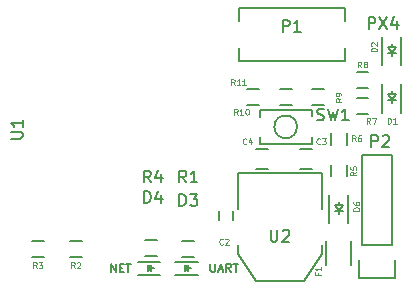
<source format=gto>
G04 #@! TF.FileFunction,Legend,Top*
%FSLAX46Y46*%
G04 Gerber Fmt 4.6, Leading zero omitted, Abs format (unit mm)*
G04 Created by KiCad (PCBNEW (2015-12-18 BZR 6383, Git 02d9bbb)-product) date Sun 17 Jan 2016 02:01:38 PM EET*
%MOMM*%
G01*
G04 APERTURE LIST*
%ADD10C,0.100000*%
%ADD11C,0.150000*%
%ADD12C,0.125000*%
%ADD13C,0.031750*%
G04 APERTURE END LIST*
D10*
D11*
X61249000Y-79534500D02*
X61249000Y-78834500D01*
X62449000Y-78834500D02*
X62449000Y-79534500D01*
X68180000Y-75269500D02*
X69180000Y-75269500D01*
X69180000Y-73569500D02*
X68180000Y-73569500D01*
X65397000Y-73569500D02*
X64397000Y-73569500D01*
X64397000Y-75269500D02*
X65397000Y-75269500D01*
X57574000Y-84179500D02*
X59474000Y-84179500D01*
X57574000Y-83079500D02*
X59474000Y-83079500D01*
X58474000Y-83629500D02*
X58924000Y-83629500D01*
X58424000Y-83379500D02*
X58424000Y-83879500D01*
X58424000Y-83629500D02*
X58674000Y-83379500D01*
X58674000Y-83379500D02*
X58674000Y-83879500D01*
X58674000Y-83879500D02*
X58424000Y-83629500D01*
X54399000Y-84179500D02*
X56299000Y-84179500D01*
X54399000Y-83079500D02*
X56299000Y-83079500D01*
X55299000Y-83629500D02*
X55749000Y-83629500D01*
X55249000Y-83379500D02*
X55249000Y-83879500D01*
X55249000Y-83629500D02*
X55499000Y-83379500D01*
X55499000Y-83379500D02*
X55499000Y-83879500D01*
X55499000Y-83879500D02*
X55249000Y-83629500D01*
X71430000Y-78299500D02*
X71430000Y-78049500D01*
X71430000Y-78799500D02*
X71430000Y-79049500D01*
X71430000Y-78799500D02*
X71080000Y-78299500D01*
X71080000Y-78299500D02*
X71780000Y-78299500D01*
X71780000Y-78299500D02*
X71430000Y-78799500D01*
X71080000Y-78799500D02*
X71780000Y-78799500D01*
X72230000Y-79849500D02*
X72230000Y-77449500D01*
X70630000Y-79849500D02*
X70630000Y-77449500D01*
X72505000Y-81359500D02*
X72505000Y-83359500D01*
X70355000Y-83359500D02*
X70355000Y-81359500D01*
X58174000Y-81303500D02*
X59174000Y-81303500D01*
X59174000Y-82653500D02*
X58174000Y-82653500D01*
X48649000Y-81303500D02*
X49649000Y-81303500D01*
X49649000Y-82653500D02*
X48649000Y-82653500D01*
X46474000Y-82653500D02*
X45474000Y-82653500D01*
X45474000Y-81303500D02*
X46474000Y-81303500D01*
X54999000Y-81244500D02*
X55999000Y-81244500D01*
X55999000Y-82594500D02*
X54999000Y-82594500D01*
X70755000Y-75874500D02*
X70755000Y-74874500D01*
X72105000Y-74874500D02*
X72105000Y-75874500D01*
X70755000Y-73169500D02*
X70755000Y-72169500D01*
X72105000Y-72169500D02*
X72105000Y-73169500D01*
X73930000Y-70594500D02*
X72930000Y-70594500D01*
X72930000Y-69244500D02*
X73930000Y-69244500D01*
X73930000Y-68344500D02*
X72930000Y-68344500D01*
X72930000Y-66994500D02*
X73930000Y-66994500D01*
X70180000Y-69844500D02*
X69180000Y-69844500D01*
X69180000Y-68494500D02*
X70180000Y-68494500D01*
X69986000Y-78645500D02*
X69986000Y-75597500D01*
X69986000Y-75597500D02*
X62874000Y-75597500D01*
X62874000Y-75597500D02*
X62874000Y-78645500D01*
X69986000Y-81693500D02*
X69986000Y-82455500D01*
X69986000Y-82455500D02*
X68462000Y-84741500D01*
X68462000Y-84741500D02*
X64398000Y-84741500D01*
X64398000Y-84741500D02*
X62874000Y-82455500D01*
X62874000Y-82455500D02*
X62874000Y-81693500D01*
X71949000Y-62669500D02*
X71949000Y-61569500D01*
X71949000Y-61569500D02*
X62949000Y-61569500D01*
X62949000Y-61569500D02*
X62949000Y-62669500D01*
X62949000Y-64969500D02*
X62949000Y-66069500D01*
X63049000Y-66069500D02*
X71949000Y-66069500D01*
X71949000Y-66069500D02*
X71949000Y-64969500D01*
X75930000Y-68919500D02*
X75930000Y-68669500D01*
X75930000Y-69419500D02*
X75930000Y-69669500D01*
X75930000Y-69419500D02*
X75580000Y-68919500D01*
X75580000Y-68919500D02*
X76280000Y-68919500D01*
X76280000Y-68919500D02*
X75930000Y-69419500D01*
X75580000Y-69419500D02*
X76280000Y-69419500D01*
X76730000Y-70469500D02*
X76730000Y-68069500D01*
X75130000Y-70469500D02*
X75130000Y-68069500D01*
X75930000Y-64919500D02*
X75930000Y-64669500D01*
X75930000Y-65419500D02*
X75930000Y-65669500D01*
X75930000Y-65419500D02*
X75580000Y-64919500D01*
X75580000Y-64919500D02*
X76280000Y-64919500D01*
X76280000Y-64919500D02*
X75930000Y-65419500D01*
X75580000Y-65419500D02*
X76280000Y-65419500D01*
X76730000Y-66469500D02*
X76730000Y-64069500D01*
X75130000Y-66469500D02*
X75130000Y-64069500D01*
X75950000Y-81689500D02*
X75950000Y-74069500D01*
X73410000Y-81689500D02*
X73410000Y-74069500D01*
X73130000Y-84509500D02*
X73130000Y-82959500D01*
X75950000Y-74069500D02*
X73410000Y-74069500D01*
X73410000Y-81689500D02*
X75950000Y-81689500D01*
X76230000Y-82959500D02*
X76230000Y-84509500D01*
X76230000Y-84509500D02*
X73130000Y-84509500D01*
X67430000Y-69844500D02*
X66430000Y-69844500D01*
X66430000Y-68494500D02*
X67430000Y-68494500D01*
X64680000Y-69844500D02*
X63680000Y-69844500D01*
X63680000Y-68494500D02*
X64680000Y-68494500D01*
X67890469Y-71669500D02*
G75*
G03X67890469Y-71669500I-960469J0D01*
G01*
X64730000Y-73119500D02*
X64730000Y-72569500D01*
X69130000Y-73119500D02*
X64730000Y-73119500D01*
X69130000Y-72519500D02*
X69130000Y-73119500D01*
X69130000Y-70219500D02*
X69130000Y-70769500D01*
X64730000Y-70219500D02*
X69130000Y-70219500D01*
X64730000Y-70819500D02*
X64730000Y-70219500D01*
D12*
X61615667Y-81598071D02*
X61591857Y-81621881D01*
X61520429Y-81645690D01*
X61472810Y-81645690D01*
X61401381Y-81621881D01*
X61353762Y-81574262D01*
X61329953Y-81526643D01*
X61306143Y-81431405D01*
X61306143Y-81359976D01*
X61329953Y-81264738D01*
X61353762Y-81217119D01*
X61401381Y-81169500D01*
X61472810Y-81145690D01*
X61520429Y-81145690D01*
X61591857Y-81169500D01*
X61615667Y-81193310D01*
X61806143Y-81193310D02*
X61829953Y-81169500D01*
X61877572Y-81145690D01*
X61996619Y-81145690D01*
X62044238Y-81169500D01*
X62068048Y-81193310D01*
X62091857Y-81240929D01*
X62091857Y-81288548D01*
X62068048Y-81359976D01*
X61782334Y-81645690D01*
X62091857Y-81645690D01*
X69846667Y-73098071D02*
X69822857Y-73121881D01*
X69751429Y-73145690D01*
X69703810Y-73145690D01*
X69632381Y-73121881D01*
X69584762Y-73074262D01*
X69560953Y-73026643D01*
X69537143Y-72931405D01*
X69537143Y-72859976D01*
X69560953Y-72764738D01*
X69584762Y-72717119D01*
X69632381Y-72669500D01*
X69703810Y-72645690D01*
X69751429Y-72645690D01*
X69822857Y-72669500D01*
X69846667Y-72693310D01*
X70013334Y-72645690D02*
X70322857Y-72645690D01*
X70156191Y-72836167D01*
X70227619Y-72836167D01*
X70275238Y-72859976D01*
X70299048Y-72883786D01*
X70322857Y-72931405D01*
X70322857Y-73050452D01*
X70299048Y-73098071D01*
X70275238Y-73121881D01*
X70227619Y-73145690D01*
X70084762Y-73145690D01*
X70037143Y-73121881D01*
X70013334Y-73098071D01*
X63596667Y-73098071D02*
X63572857Y-73121881D01*
X63501429Y-73145690D01*
X63453810Y-73145690D01*
X63382381Y-73121881D01*
X63334762Y-73074262D01*
X63310953Y-73026643D01*
X63287143Y-72931405D01*
X63287143Y-72859976D01*
X63310953Y-72764738D01*
X63334762Y-72717119D01*
X63382381Y-72669500D01*
X63453810Y-72645690D01*
X63501429Y-72645690D01*
X63572857Y-72669500D01*
X63596667Y-72693310D01*
X64025238Y-72812357D02*
X64025238Y-73145690D01*
X63906191Y-72621881D02*
X63787143Y-72979024D01*
X64096667Y-72979024D01*
D11*
X57941905Y-78371881D02*
X57941905Y-77371881D01*
X58180000Y-77371881D01*
X58322858Y-77419500D01*
X58418096Y-77514738D01*
X58465715Y-77609976D01*
X58513334Y-77800452D01*
X58513334Y-77943310D01*
X58465715Y-78133786D01*
X58418096Y-78229024D01*
X58322858Y-78324262D01*
X58180000Y-78371881D01*
X57941905Y-78371881D01*
X58846667Y-77371881D02*
X59465715Y-77371881D01*
X59132381Y-77752833D01*
X59275239Y-77752833D01*
X59370477Y-77800452D01*
X59418096Y-77848071D01*
X59465715Y-77943310D01*
X59465715Y-78181405D01*
X59418096Y-78276643D01*
X59370477Y-78324262D01*
X59275239Y-78371881D01*
X58989524Y-78371881D01*
X58894286Y-78324262D01*
X58846667Y-78276643D01*
X60563334Y-83246167D02*
X60563334Y-83812833D01*
X60596667Y-83879500D01*
X60630000Y-83912833D01*
X60696667Y-83946167D01*
X60830000Y-83946167D01*
X60896667Y-83912833D01*
X60930000Y-83879500D01*
X60963334Y-83812833D01*
X60963334Y-83246167D01*
X61263333Y-83746167D02*
X61596667Y-83746167D01*
X61196667Y-83946167D02*
X61430000Y-83246167D01*
X61663333Y-83946167D01*
X62296667Y-83946167D02*
X62063333Y-83612833D01*
X61896667Y-83946167D02*
X61896667Y-83246167D01*
X62163333Y-83246167D01*
X62230000Y-83279500D01*
X62263333Y-83312833D01*
X62296667Y-83379500D01*
X62296667Y-83479500D01*
X62263333Y-83546167D01*
X62230000Y-83579500D01*
X62163333Y-83612833D01*
X61896667Y-83612833D01*
X62496667Y-83246167D02*
X62896667Y-83246167D01*
X62696667Y-83946167D02*
X62696667Y-83246167D01*
X54941905Y-78121881D02*
X54941905Y-77121881D01*
X55180000Y-77121881D01*
X55322858Y-77169500D01*
X55418096Y-77264738D01*
X55465715Y-77359976D01*
X55513334Y-77550452D01*
X55513334Y-77693310D01*
X55465715Y-77883786D01*
X55418096Y-77979024D01*
X55322858Y-78074262D01*
X55180000Y-78121881D01*
X54941905Y-78121881D01*
X56370477Y-77455214D02*
X56370477Y-78121881D01*
X56132381Y-77074262D02*
X55894286Y-77788548D01*
X56513334Y-77788548D01*
X52146668Y-83986167D02*
X52146668Y-83286167D01*
X52546668Y-83986167D01*
X52546668Y-83286167D01*
X52880001Y-83619500D02*
X53113334Y-83619500D01*
X53213334Y-83986167D02*
X52880001Y-83986167D01*
X52880001Y-83286167D01*
X53213334Y-83286167D01*
X53413334Y-83286167D02*
X53813334Y-83286167D01*
X53613334Y-83986167D02*
X53613334Y-83286167D01*
D12*
X73156190Y-78768547D02*
X72656190Y-78768547D01*
X72656190Y-78649500D01*
X72680000Y-78578071D01*
X72727619Y-78530452D01*
X72775238Y-78506643D01*
X72870476Y-78482833D01*
X72941905Y-78482833D01*
X73037143Y-78506643D01*
X73084762Y-78530452D01*
X73132381Y-78578071D01*
X73156190Y-78649500D01*
X73156190Y-78768547D01*
X72656190Y-78054262D02*
X72656190Y-78149500D01*
X72680000Y-78197119D01*
X72703810Y-78220928D01*
X72775238Y-78268547D01*
X72870476Y-78292357D01*
X73060952Y-78292357D01*
X73108571Y-78268547D01*
X73132381Y-78244738D01*
X73156190Y-78197119D01*
X73156190Y-78101881D01*
X73132381Y-78054262D01*
X73108571Y-78030452D01*
X73060952Y-78006643D01*
X72941905Y-78006643D01*
X72894286Y-78030452D01*
X72870476Y-78054262D01*
X72846667Y-78101881D01*
X72846667Y-78197119D01*
X72870476Y-78244738D01*
X72894286Y-78268547D01*
X72941905Y-78292357D01*
X69644286Y-84066166D02*
X69644286Y-84232832D01*
X69906190Y-84232832D02*
X69406190Y-84232832D01*
X69406190Y-83994737D01*
X69906190Y-83542357D02*
X69906190Y-83828071D01*
X69906190Y-83685214D02*
X69406190Y-83685214D01*
X69477619Y-83732833D01*
X69525238Y-83780452D01*
X69549048Y-83828071D01*
D11*
X58513334Y-76371881D02*
X58180000Y-75895690D01*
X57941905Y-76371881D02*
X57941905Y-75371881D01*
X58322858Y-75371881D01*
X58418096Y-75419500D01*
X58465715Y-75467119D01*
X58513334Y-75562357D01*
X58513334Y-75705214D01*
X58465715Y-75800452D01*
X58418096Y-75848071D01*
X58322858Y-75895690D01*
X57941905Y-75895690D01*
X59465715Y-76371881D02*
X58894286Y-76371881D01*
X59180000Y-76371881D02*
X59180000Y-75371881D01*
X59084762Y-75514738D01*
X58989524Y-75609976D01*
X58894286Y-75657595D01*
D12*
X49065667Y-83645690D02*
X48899000Y-83407595D01*
X48779953Y-83645690D02*
X48779953Y-83145690D01*
X48970429Y-83145690D01*
X49018048Y-83169500D01*
X49041857Y-83193310D01*
X49065667Y-83240929D01*
X49065667Y-83312357D01*
X49041857Y-83359976D01*
X49018048Y-83383786D01*
X48970429Y-83407595D01*
X48779953Y-83407595D01*
X49256143Y-83193310D02*
X49279953Y-83169500D01*
X49327572Y-83145690D01*
X49446619Y-83145690D01*
X49494238Y-83169500D01*
X49518048Y-83193310D01*
X49541857Y-83240929D01*
X49541857Y-83288548D01*
X49518048Y-83359976D01*
X49232334Y-83645690D01*
X49541857Y-83645690D01*
X45846667Y-83645690D02*
X45680000Y-83407595D01*
X45560953Y-83645690D02*
X45560953Y-83145690D01*
X45751429Y-83145690D01*
X45799048Y-83169500D01*
X45822857Y-83193310D01*
X45846667Y-83240929D01*
X45846667Y-83312357D01*
X45822857Y-83359976D01*
X45799048Y-83383786D01*
X45751429Y-83407595D01*
X45560953Y-83407595D01*
X46013334Y-83145690D02*
X46322857Y-83145690D01*
X46156191Y-83336167D01*
X46227619Y-83336167D01*
X46275238Y-83359976D01*
X46299048Y-83383786D01*
X46322857Y-83431405D01*
X46322857Y-83550452D01*
X46299048Y-83598071D01*
X46275238Y-83621881D01*
X46227619Y-83645690D01*
X46084762Y-83645690D01*
X46037143Y-83621881D01*
X46013334Y-83598071D01*
D11*
X55513334Y-76371881D02*
X55180000Y-75895690D01*
X54941905Y-76371881D02*
X54941905Y-75371881D01*
X55322858Y-75371881D01*
X55418096Y-75419500D01*
X55465715Y-75467119D01*
X55513334Y-75562357D01*
X55513334Y-75705214D01*
X55465715Y-75800452D01*
X55418096Y-75848071D01*
X55322858Y-75895690D01*
X54941905Y-75895690D01*
X56370477Y-75705214D02*
X56370477Y-76371881D01*
X56132381Y-75324262D02*
X55894286Y-76038548D01*
X56513334Y-76038548D01*
D12*
X72906190Y-75482833D02*
X72668095Y-75649500D01*
X72906190Y-75768547D02*
X72406190Y-75768547D01*
X72406190Y-75578071D01*
X72430000Y-75530452D01*
X72453810Y-75506643D01*
X72501429Y-75482833D01*
X72572857Y-75482833D01*
X72620476Y-75506643D01*
X72644286Y-75530452D01*
X72668095Y-75578071D01*
X72668095Y-75768547D01*
X72406190Y-75030452D02*
X72406190Y-75268547D01*
X72644286Y-75292357D01*
X72620476Y-75268547D01*
X72596667Y-75220928D01*
X72596667Y-75101881D01*
X72620476Y-75054262D01*
X72644286Y-75030452D01*
X72691905Y-75006643D01*
X72810952Y-75006643D01*
X72858571Y-75030452D01*
X72882381Y-75054262D01*
X72906190Y-75101881D01*
X72906190Y-75220928D01*
X72882381Y-75268547D01*
X72858571Y-75292357D01*
X72846667Y-72895690D02*
X72680000Y-72657595D01*
X72560953Y-72895690D02*
X72560953Y-72395690D01*
X72751429Y-72395690D01*
X72799048Y-72419500D01*
X72822857Y-72443310D01*
X72846667Y-72490929D01*
X72846667Y-72562357D01*
X72822857Y-72609976D01*
X72799048Y-72633786D01*
X72751429Y-72657595D01*
X72560953Y-72657595D01*
X73275238Y-72395690D02*
X73180000Y-72395690D01*
X73132381Y-72419500D01*
X73108572Y-72443310D01*
X73060953Y-72514738D01*
X73037143Y-72609976D01*
X73037143Y-72800452D01*
X73060953Y-72848071D01*
X73084762Y-72871881D01*
X73132381Y-72895690D01*
X73227619Y-72895690D01*
X73275238Y-72871881D01*
X73299048Y-72848071D01*
X73322857Y-72800452D01*
X73322857Y-72681405D01*
X73299048Y-72633786D01*
X73275238Y-72609976D01*
X73227619Y-72586167D01*
X73132381Y-72586167D01*
X73084762Y-72609976D01*
X73060953Y-72633786D01*
X73037143Y-72681405D01*
X74096667Y-71395690D02*
X73930000Y-71157595D01*
X73810953Y-71395690D02*
X73810953Y-70895690D01*
X74001429Y-70895690D01*
X74049048Y-70919500D01*
X74072857Y-70943310D01*
X74096667Y-70990929D01*
X74096667Y-71062357D01*
X74072857Y-71109976D01*
X74049048Y-71133786D01*
X74001429Y-71157595D01*
X73810953Y-71157595D01*
X74263334Y-70895690D02*
X74596667Y-70895690D01*
X74382381Y-71395690D01*
D13*
X73346667Y-66645690D02*
X73180000Y-66407595D01*
X73060953Y-66645690D02*
X73060953Y-66145690D01*
X73251429Y-66145690D01*
X73299048Y-66169500D01*
X73322857Y-66193310D01*
X73346667Y-66240929D01*
X73346667Y-66312357D01*
X73322857Y-66359976D01*
X73299048Y-66383786D01*
X73251429Y-66407595D01*
X73060953Y-66407595D01*
X73632381Y-66359976D02*
X73584762Y-66336167D01*
X73560953Y-66312357D01*
X73537143Y-66264738D01*
X73537143Y-66240929D01*
X73560953Y-66193310D01*
X73584762Y-66169500D01*
X73632381Y-66145690D01*
X73727619Y-66145690D01*
X73775238Y-66169500D01*
X73799048Y-66193310D01*
X73822857Y-66240929D01*
X73822857Y-66264738D01*
X73799048Y-66312357D01*
X73775238Y-66336167D01*
X73727619Y-66359976D01*
X73632381Y-66359976D01*
X73584762Y-66383786D01*
X73560953Y-66407595D01*
X73537143Y-66455214D01*
X73537143Y-66550452D01*
X73560953Y-66598071D01*
X73584762Y-66621881D01*
X73632381Y-66645690D01*
X73727619Y-66645690D01*
X73775238Y-66621881D01*
X73799048Y-66598071D01*
X73822857Y-66550452D01*
X73822857Y-66455214D01*
X73799048Y-66407595D01*
X73775238Y-66383786D01*
X73727619Y-66359976D01*
D12*
X71656190Y-69252833D02*
X71418095Y-69419500D01*
X71656190Y-69538547D02*
X71156190Y-69538547D01*
X71156190Y-69348071D01*
X71180000Y-69300452D01*
X71203810Y-69276643D01*
X71251429Y-69252833D01*
X71322857Y-69252833D01*
X71370476Y-69276643D01*
X71394286Y-69300452D01*
X71418095Y-69348071D01*
X71418095Y-69538547D01*
X71656190Y-69014738D02*
X71656190Y-68919500D01*
X71632381Y-68871881D01*
X71608571Y-68848071D01*
X71537143Y-68800452D01*
X71441905Y-68776643D01*
X71251429Y-68776643D01*
X71203810Y-68800452D01*
X71180000Y-68824262D01*
X71156190Y-68871881D01*
X71156190Y-68967119D01*
X71180000Y-69014738D01*
X71203810Y-69038547D01*
X71251429Y-69062357D01*
X71370476Y-69062357D01*
X71418095Y-69038547D01*
X71441905Y-69014738D01*
X71465714Y-68967119D01*
X71465714Y-68871881D01*
X71441905Y-68824262D01*
X71418095Y-68800452D01*
X71370476Y-68776643D01*
D11*
X43651381Y-72661405D02*
X44460905Y-72661405D01*
X44556143Y-72613786D01*
X44603762Y-72566167D01*
X44651381Y-72470929D01*
X44651381Y-72280452D01*
X44603762Y-72185214D01*
X44556143Y-72137595D01*
X44460905Y-72089976D01*
X43651381Y-72089976D01*
X44651381Y-71089976D02*
X44651381Y-71661405D01*
X44651381Y-71375691D02*
X43651381Y-71375691D01*
X43794238Y-71470929D01*
X43889476Y-71566167D01*
X43937095Y-71661405D01*
X65668095Y-80383881D02*
X65668095Y-81193405D01*
X65715714Y-81288643D01*
X65763333Y-81336262D01*
X65858571Y-81383881D01*
X66049048Y-81383881D01*
X66144286Y-81336262D01*
X66191905Y-81288643D01*
X66239524Y-81193405D01*
X66239524Y-80383881D01*
X66668095Y-80479119D02*
X66715714Y-80431500D01*
X66810952Y-80383881D01*
X67049048Y-80383881D01*
X67144286Y-80431500D01*
X67191905Y-80479119D01*
X67239524Y-80574357D01*
X67239524Y-80669595D01*
X67191905Y-80812452D01*
X66620476Y-81383881D01*
X67239524Y-81383881D01*
X66691905Y-63621881D02*
X66691905Y-62621881D01*
X67072858Y-62621881D01*
X67168096Y-62669500D01*
X67215715Y-62717119D01*
X67263334Y-62812357D01*
X67263334Y-62955214D01*
X67215715Y-63050452D01*
X67168096Y-63098071D01*
X67072858Y-63145690D01*
X66691905Y-63145690D01*
X68215715Y-63621881D02*
X67644286Y-63621881D01*
X67930000Y-63621881D02*
X67930000Y-62621881D01*
X67834762Y-62764738D01*
X67739524Y-62859976D01*
X67644286Y-62907595D01*
X73965714Y-63371881D02*
X73965714Y-62371881D01*
X74346667Y-62371881D01*
X74441905Y-62419500D01*
X74489524Y-62467119D01*
X74537143Y-62562357D01*
X74537143Y-62705214D01*
X74489524Y-62800452D01*
X74441905Y-62848071D01*
X74346667Y-62895690D01*
X73965714Y-62895690D01*
X74870476Y-62371881D02*
X75537143Y-63371881D01*
X75537143Y-62371881D02*
X74870476Y-63371881D01*
X76346667Y-62705214D02*
X76346667Y-63371881D01*
X76108571Y-62324262D02*
X75870476Y-63038548D01*
X76489524Y-63038548D01*
D12*
X75560953Y-71395690D02*
X75560953Y-70895690D01*
X75680000Y-70895690D01*
X75751429Y-70919500D01*
X75799048Y-70967119D01*
X75822857Y-71014738D01*
X75846667Y-71109976D01*
X75846667Y-71181405D01*
X75822857Y-71276643D01*
X75799048Y-71324262D01*
X75751429Y-71371881D01*
X75680000Y-71395690D01*
X75560953Y-71395690D01*
X76322857Y-71395690D02*
X76037143Y-71395690D01*
X76180000Y-71395690D02*
X76180000Y-70895690D01*
X76132381Y-70967119D01*
X76084762Y-71014738D01*
X76037143Y-71038548D01*
X74656190Y-65288547D02*
X74156190Y-65288547D01*
X74156190Y-65169500D01*
X74180000Y-65098071D01*
X74227619Y-65050452D01*
X74275238Y-65026643D01*
X74370476Y-65002833D01*
X74441905Y-65002833D01*
X74537143Y-65026643D01*
X74584762Y-65050452D01*
X74632381Y-65098071D01*
X74656190Y-65169500D01*
X74656190Y-65288547D01*
X74203810Y-64812357D02*
X74180000Y-64788547D01*
X74156190Y-64740928D01*
X74156190Y-64621881D01*
X74180000Y-64574262D01*
X74203810Y-64550452D01*
X74251429Y-64526643D01*
X74299048Y-64526643D01*
X74370476Y-64550452D01*
X74656190Y-64836166D01*
X74656190Y-64526643D01*
D11*
X74191905Y-73371881D02*
X74191905Y-72371881D01*
X74572858Y-72371881D01*
X74668096Y-72419500D01*
X74715715Y-72467119D01*
X74763334Y-72562357D01*
X74763334Y-72705214D01*
X74715715Y-72800452D01*
X74668096Y-72848071D01*
X74572858Y-72895690D01*
X74191905Y-72895690D01*
X75144286Y-72467119D02*
X75191905Y-72419500D01*
X75287143Y-72371881D01*
X75525239Y-72371881D01*
X75620477Y-72419500D01*
X75668096Y-72467119D01*
X75715715Y-72562357D01*
X75715715Y-72657595D01*
X75668096Y-72800452D01*
X75096667Y-73371881D01*
X75715715Y-73371881D01*
D12*
X62858572Y-70645690D02*
X62691905Y-70407595D01*
X62572858Y-70645690D02*
X62572858Y-70145690D01*
X62763334Y-70145690D01*
X62810953Y-70169500D01*
X62834762Y-70193310D01*
X62858572Y-70240929D01*
X62858572Y-70312357D01*
X62834762Y-70359976D01*
X62810953Y-70383786D01*
X62763334Y-70407595D01*
X62572858Y-70407595D01*
X63334762Y-70645690D02*
X63049048Y-70645690D01*
X63191905Y-70645690D02*
X63191905Y-70145690D01*
X63144286Y-70217119D01*
X63096667Y-70264738D01*
X63049048Y-70288548D01*
X63644286Y-70145690D02*
X63691905Y-70145690D01*
X63739524Y-70169500D01*
X63763333Y-70193310D01*
X63787143Y-70240929D01*
X63810952Y-70336167D01*
X63810952Y-70455214D01*
X63787143Y-70550452D01*
X63763333Y-70598071D01*
X63739524Y-70621881D01*
X63691905Y-70645690D01*
X63644286Y-70645690D01*
X63596667Y-70621881D01*
X63572857Y-70598071D01*
X63549048Y-70550452D01*
X63525238Y-70455214D01*
X63525238Y-70336167D01*
X63549048Y-70240929D01*
X63572857Y-70193310D01*
X63596667Y-70169500D01*
X63644286Y-70145690D01*
X62608572Y-68145690D02*
X62441905Y-67907595D01*
X62322858Y-68145690D02*
X62322858Y-67645690D01*
X62513334Y-67645690D01*
X62560953Y-67669500D01*
X62584762Y-67693310D01*
X62608572Y-67740929D01*
X62608572Y-67812357D01*
X62584762Y-67859976D01*
X62560953Y-67883786D01*
X62513334Y-67907595D01*
X62322858Y-67907595D01*
X63084762Y-68145690D02*
X62799048Y-68145690D01*
X62941905Y-68145690D02*
X62941905Y-67645690D01*
X62894286Y-67717119D01*
X62846667Y-67764738D01*
X62799048Y-67788548D01*
X63560952Y-68145690D02*
X63275238Y-68145690D01*
X63418095Y-68145690D02*
X63418095Y-67645690D01*
X63370476Y-67717119D01*
X63322857Y-67764738D01*
X63275238Y-67788548D01*
D11*
X69596667Y-71074262D02*
X69739524Y-71121881D01*
X69977620Y-71121881D01*
X70072858Y-71074262D01*
X70120477Y-71026643D01*
X70168096Y-70931405D01*
X70168096Y-70836167D01*
X70120477Y-70740929D01*
X70072858Y-70693310D01*
X69977620Y-70645690D01*
X69787143Y-70598071D01*
X69691905Y-70550452D01*
X69644286Y-70502833D01*
X69596667Y-70407595D01*
X69596667Y-70312357D01*
X69644286Y-70217119D01*
X69691905Y-70169500D01*
X69787143Y-70121881D01*
X70025239Y-70121881D01*
X70168096Y-70169500D01*
X70501429Y-70121881D02*
X70739524Y-71121881D01*
X70930001Y-70407595D01*
X71120477Y-71121881D01*
X71358572Y-70121881D01*
X72263334Y-71121881D02*
X71691905Y-71121881D01*
X71977619Y-71121881D02*
X71977619Y-70121881D01*
X71882381Y-70264738D01*
X71787143Y-70359976D01*
X71691905Y-70407595D01*
M02*

</source>
